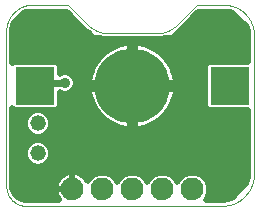
<source format=gtl>
G75*
%MOIN*%
%OFA0B0*%
%FSLAX25Y25*%
%IPPOS*%
%LPD*%
%AMOC8*
5,1,8,0,0,1.08239X$1,22.5*
%
%ADD10C,0.00000*%
%ADD11C,0.07600*%
%ADD12C,0.25000*%
%ADD13R,0.12598X0.12598*%
%ADD14C,0.05200*%
%ADD15C,0.02400*%
%ADD16C,0.01969*%
%ADD17C,0.03569*%
D10*
X0007500Y0001026D02*
X0072500Y0001026D01*
X0084000Y0011026D02*
X0084000Y0058026D01*
X0083997Y0058268D01*
X0083988Y0058509D01*
X0083974Y0058750D01*
X0083953Y0058991D01*
X0083927Y0059231D01*
X0083895Y0059471D01*
X0083857Y0059710D01*
X0083814Y0059947D01*
X0083764Y0060184D01*
X0083709Y0060419D01*
X0083649Y0060653D01*
X0083582Y0060885D01*
X0083511Y0061116D01*
X0083433Y0061345D01*
X0083350Y0061572D01*
X0083262Y0061797D01*
X0083168Y0062020D01*
X0083069Y0062240D01*
X0082964Y0062458D01*
X0082855Y0062673D01*
X0082740Y0062886D01*
X0082620Y0063096D01*
X0082495Y0063302D01*
X0082365Y0063506D01*
X0082230Y0063707D01*
X0082090Y0063904D01*
X0081946Y0064098D01*
X0081797Y0064288D01*
X0081643Y0064474D01*
X0081485Y0064657D01*
X0081323Y0064836D01*
X0081156Y0065011D01*
X0080985Y0065182D01*
X0080810Y0065349D01*
X0080631Y0065511D01*
X0080448Y0065669D01*
X0080262Y0065823D01*
X0080072Y0065972D01*
X0079878Y0066116D01*
X0079681Y0066256D01*
X0079480Y0066391D01*
X0079276Y0066521D01*
X0079070Y0066646D01*
X0078860Y0066766D01*
X0078647Y0066881D01*
X0078432Y0066990D01*
X0078214Y0067095D01*
X0077994Y0067194D01*
X0077771Y0067288D01*
X0077546Y0067376D01*
X0077319Y0067459D01*
X0077090Y0067537D01*
X0076859Y0067608D01*
X0076627Y0067675D01*
X0076393Y0067735D01*
X0076158Y0067790D01*
X0075921Y0067840D01*
X0075684Y0067883D01*
X0075445Y0067921D01*
X0075205Y0067953D01*
X0074965Y0067979D01*
X0074724Y0068000D01*
X0074483Y0068014D01*
X0074242Y0068023D01*
X0074000Y0068026D01*
X0065000Y0068026D01*
X0058429Y0061455D01*
X0051358Y0058526D02*
X0035642Y0058526D01*
X0028571Y0061455D02*
X0022000Y0068026D01*
X0009000Y0068026D01*
X0008786Y0067993D01*
X0008572Y0067954D01*
X0008360Y0067910D01*
X0008148Y0067862D01*
X0007938Y0067807D01*
X0007730Y0067748D01*
X0007522Y0067684D01*
X0007317Y0067614D01*
X0007113Y0067540D01*
X0006911Y0067460D01*
X0006711Y0067376D01*
X0006514Y0067287D01*
X0006318Y0067192D01*
X0006125Y0067094D01*
X0005935Y0066990D01*
X0005747Y0066882D01*
X0005561Y0066769D01*
X0005379Y0066652D01*
X0005199Y0066530D01*
X0005023Y0066404D01*
X0004849Y0066273D01*
X0004679Y0066139D01*
X0004513Y0066000D01*
X0004349Y0065857D01*
X0004190Y0065710D01*
X0004034Y0065560D01*
X0003881Y0065405D01*
X0003733Y0065247D01*
X0003588Y0065085D01*
X0003448Y0064920D01*
X0003311Y0064751D01*
X0003179Y0064579D01*
X0003051Y0064404D01*
X0002927Y0064226D01*
X0002808Y0064045D01*
X0002693Y0063861D01*
X0002583Y0063674D01*
X0002477Y0063484D01*
X0002376Y0063292D01*
X0002280Y0063098D01*
X0002189Y0062901D01*
X0002102Y0062702D01*
X0002020Y0062501D01*
X0001944Y0062298D01*
X0001872Y0062094D01*
X0001805Y0061887D01*
X0001744Y0061679D01*
X0001688Y0061470D01*
X0001636Y0061259D01*
X0001590Y0061047D01*
X0001549Y0060834D01*
X0001514Y0060620D01*
X0001483Y0060405D01*
X0001458Y0060190D01*
X0001439Y0059974D01*
X0001424Y0059757D01*
X0001415Y0059540D01*
X0001411Y0059323D01*
X0001413Y0059106D01*
X0001419Y0058890D01*
X0001432Y0058673D01*
X0001449Y0058457D01*
X0001472Y0058241D01*
X0001500Y0058026D01*
X0001500Y0008026D01*
X0001490Y0007866D01*
X0001483Y0007706D01*
X0001481Y0007546D01*
X0001482Y0007386D01*
X0001488Y0007227D01*
X0001497Y0007067D01*
X0001510Y0006907D01*
X0001528Y0006748D01*
X0001549Y0006590D01*
X0001574Y0006432D01*
X0001602Y0006274D01*
X0001635Y0006118D01*
X0001671Y0005962D01*
X0001712Y0005807D01*
X0001756Y0005653D01*
X0001804Y0005501D01*
X0001855Y0005349D01*
X0001910Y0005199D01*
X0001969Y0005050D01*
X0002032Y0004903D01*
X0002098Y0004757D01*
X0002168Y0004613D01*
X0002241Y0004471D01*
X0002318Y0004331D01*
X0002398Y0004192D01*
X0002481Y0004056D01*
X0002568Y0003921D01*
X0002658Y0003789D01*
X0002752Y0003659D01*
X0002848Y0003531D01*
X0002948Y0003406D01*
X0003050Y0003283D01*
X0003156Y0003163D01*
X0003265Y0003046D01*
X0003376Y0002931D01*
X0003490Y0002819D01*
X0003607Y0002710D01*
X0003726Y0002603D01*
X0003849Y0002500D01*
X0003973Y0002399D01*
X0004100Y0002302D01*
X0004230Y0002208D01*
X0004361Y0002117D01*
X0004495Y0002029D01*
X0004631Y0001945D01*
X0004769Y0001864D01*
X0004909Y0001786D01*
X0005051Y0001712D01*
X0005194Y0001642D01*
X0005340Y0001575D01*
X0005486Y0001511D01*
X0005635Y0001451D01*
X0005785Y0001395D01*
X0005936Y0001342D01*
X0006088Y0001294D01*
X0006242Y0001249D01*
X0006396Y0001207D01*
X0006552Y0001170D01*
X0006708Y0001136D01*
X0006865Y0001107D01*
X0007023Y0001081D01*
X0007182Y0001059D01*
X0007341Y0001040D01*
X0007500Y0001026D01*
X0072500Y0001026D02*
X0072760Y0001011D01*
X0073020Y0001002D01*
X0073281Y0001000D01*
X0073541Y0001004D01*
X0073801Y0001014D01*
X0074061Y0001031D01*
X0074321Y0001053D01*
X0074579Y0001082D01*
X0074837Y0001118D01*
X0075094Y0001159D01*
X0075350Y0001207D01*
X0075605Y0001261D01*
X0075859Y0001321D01*
X0076110Y0001387D01*
X0076361Y0001459D01*
X0076609Y0001537D01*
X0076856Y0001621D01*
X0077100Y0001711D01*
X0077342Y0001807D01*
X0077582Y0001909D01*
X0077819Y0002016D01*
X0078053Y0002130D01*
X0078285Y0002249D01*
X0078514Y0002373D01*
X0078739Y0002503D01*
X0078962Y0002638D01*
X0079181Y0002779D01*
X0079397Y0002925D01*
X0079609Y0003076D01*
X0079817Y0003232D01*
X0080022Y0003393D01*
X0080222Y0003560D01*
X0080419Y0003730D01*
X0080611Y0003906D01*
X0080799Y0004086D01*
X0080983Y0004271D01*
X0081162Y0004460D01*
X0081336Y0004653D01*
X0081506Y0004851D01*
X0081671Y0005052D01*
X0081831Y0005258D01*
X0081986Y0005467D01*
X0082136Y0005680D01*
X0082281Y0005896D01*
X0082420Y0006116D01*
X0082554Y0006339D01*
X0082683Y0006566D01*
X0082806Y0006795D01*
X0082923Y0007028D01*
X0083035Y0007263D01*
X0083142Y0007501D01*
X0083242Y0007741D01*
X0083337Y0007983D01*
X0083425Y0008228D01*
X0083508Y0008475D01*
X0083585Y0008724D01*
X0083656Y0008975D01*
X0083720Y0009227D01*
X0083779Y0009481D01*
X0083831Y0009736D01*
X0083877Y0009992D01*
X0083917Y0010249D01*
X0083951Y0010508D01*
X0083979Y0010766D01*
X0084000Y0011026D01*
X0058429Y0061455D02*
X0058259Y0061289D01*
X0058085Y0061126D01*
X0057907Y0060969D01*
X0057725Y0060815D01*
X0057540Y0060665D01*
X0057351Y0060521D01*
X0057159Y0060380D01*
X0056963Y0060245D01*
X0056764Y0060113D01*
X0056563Y0059987D01*
X0056358Y0059866D01*
X0056150Y0059749D01*
X0055940Y0059638D01*
X0055727Y0059531D01*
X0055512Y0059430D01*
X0055295Y0059333D01*
X0055075Y0059242D01*
X0054853Y0059157D01*
X0054629Y0059076D01*
X0054403Y0059001D01*
X0054175Y0058931D01*
X0053946Y0058867D01*
X0053716Y0058808D01*
X0053484Y0058755D01*
X0053251Y0058707D01*
X0053016Y0058664D01*
X0052781Y0058628D01*
X0052545Y0058597D01*
X0052309Y0058571D01*
X0052071Y0058551D01*
X0051834Y0058537D01*
X0051596Y0058529D01*
X0051358Y0058526D01*
X0035642Y0058526D02*
X0035404Y0058529D01*
X0035166Y0058537D01*
X0034929Y0058551D01*
X0034691Y0058571D01*
X0034455Y0058597D01*
X0034219Y0058628D01*
X0033984Y0058664D01*
X0033749Y0058707D01*
X0033516Y0058755D01*
X0033284Y0058808D01*
X0033054Y0058867D01*
X0032825Y0058931D01*
X0032597Y0059001D01*
X0032371Y0059076D01*
X0032147Y0059157D01*
X0031925Y0059242D01*
X0031705Y0059333D01*
X0031488Y0059430D01*
X0031273Y0059531D01*
X0031060Y0059638D01*
X0030850Y0059749D01*
X0030642Y0059866D01*
X0030437Y0059987D01*
X0030236Y0060113D01*
X0030037Y0060245D01*
X0029841Y0060380D01*
X0029649Y0060521D01*
X0029460Y0060665D01*
X0029275Y0060815D01*
X0029093Y0060969D01*
X0028915Y0061126D01*
X0028741Y0061289D01*
X0028571Y0061455D01*
D11*
X0033500Y0006526D03*
X0023500Y0006526D03*
X0043500Y0006526D03*
X0053500Y0006526D03*
X0063500Y0006526D03*
D12*
X0043500Y0041026D03*
D13*
X0075883Y0041026D03*
X0011117Y0041026D03*
D14*
X0012000Y0028526D03*
X0012000Y0018526D03*
D15*
X0043500Y0039526D02*
X0043500Y0041026D01*
X0021000Y0042026D02*
X0012117Y0042026D01*
X0011117Y0041026D01*
D16*
X0004596Y0004663D02*
X0005638Y0003737D01*
X0006777Y0003159D01*
X0007619Y0003010D01*
X0018905Y0003010D01*
X0018553Y0003495D01*
X0018140Y0004306D01*
X0017858Y0005172D01*
X0017716Y0006071D01*
X0017716Y0006526D01*
X0023500Y0006526D01*
X0023500Y0006526D01*
X0017716Y0006526D01*
X0017716Y0006981D01*
X0017858Y0007881D01*
X0018140Y0008747D01*
X0018553Y0009558D01*
X0019088Y0010294D01*
X0019732Y0010938D01*
X0020468Y0011473D01*
X0021280Y0011887D01*
X0022146Y0012168D01*
X0023045Y0012310D01*
X0023500Y0012310D01*
X0023500Y0006526D01*
X0023500Y0006526D01*
X0023500Y0012310D01*
X0023955Y0012310D01*
X0024854Y0012168D01*
X0025720Y0011887D01*
X0026532Y0011473D01*
X0027268Y0010938D01*
X0027912Y0010294D01*
X0028447Y0009558D01*
X0028593Y0009272D01*
X0028766Y0009689D01*
X0030337Y0011260D01*
X0032389Y0012110D01*
X0034611Y0012110D01*
X0036663Y0011260D01*
X0038234Y0009689D01*
X0038500Y0009047D01*
X0038766Y0009689D01*
X0040337Y0011260D01*
X0042389Y0012110D01*
X0044611Y0012110D01*
X0046663Y0011260D01*
X0048234Y0009689D01*
X0048500Y0009047D01*
X0048766Y0009689D01*
X0050337Y0011260D01*
X0052389Y0012110D01*
X0054611Y0012110D01*
X0056663Y0011260D01*
X0058234Y0009689D01*
X0058500Y0009047D01*
X0058766Y0009689D01*
X0060337Y0011260D01*
X0062389Y0012110D01*
X0064611Y0012110D01*
X0066663Y0011260D01*
X0068234Y0009689D01*
X0069084Y0007637D01*
X0069084Y0005415D01*
X0068234Y0003363D01*
X0067882Y0003010D01*
X0071758Y0003010D01*
X0071818Y0003063D01*
X0072569Y0003010D01*
X0073180Y0003010D01*
X0074018Y0003018D01*
X0076648Y0003674D01*
X0081169Y0008195D01*
X0081817Y0009800D01*
X0082000Y0011026D01*
X0082000Y0032943D01*
X0068845Y0032943D01*
X0067800Y0033988D01*
X0067800Y0048064D01*
X0068845Y0049110D01*
X0082000Y0049110D01*
X0082000Y0058226D01*
X0081917Y0059280D01*
X0081518Y0060508D01*
X0076500Y0065526D01*
X0065500Y0065526D01*
X0057000Y0057026D01*
X0054743Y0057026D01*
X0052936Y0056542D01*
X0034064Y0056542D01*
X0032257Y0057026D01*
X0030500Y0057026D01*
X0029008Y0058518D01*
X0028284Y0058936D01*
X0028284Y0058936D01*
X0027749Y0059471D01*
X0027749Y0059471D01*
X0021694Y0065526D01*
X0007618Y0065526D01*
X0007386Y0065412D01*
X0004097Y0062123D01*
X0003764Y0061493D01*
X0003396Y0059380D01*
X0003426Y0058906D01*
X0003484Y0058848D01*
X0003484Y0058167D01*
X0003581Y0057493D01*
X0003484Y0057365D01*
X0003484Y0048516D01*
X0004078Y0049110D01*
X0018155Y0049110D01*
X0019200Y0048064D01*
X0019200Y0045143D01*
X0020290Y0045595D01*
X0021710Y0045595D01*
X0023021Y0045051D01*
X0024025Y0044048D01*
X0024568Y0042736D01*
X0024568Y0041316D01*
X0024025Y0040005D01*
X0023021Y0039001D01*
X0021710Y0038458D01*
X0020290Y0038458D01*
X0019200Y0038909D01*
X0019200Y0033988D01*
X0018155Y0032943D01*
X0004078Y0032943D01*
X0003484Y0033537D01*
X0003484Y0008760D01*
X0003541Y0008693D01*
X0003484Y0007950D01*
X0003484Y0007601D01*
X0003497Y0006985D01*
X0004047Y0005303D01*
X0004596Y0004663D01*
X0004898Y0004394D02*
X0018111Y0004394D01*
X0017716Y0006361D02*
X0003701Y0006361D01*
X0003513Y0008328D02*
X0018004Y0008328D01*
X0019089Y0010295D02*
X0003484Y0010295D01*
X0003484Y0012262D02*
X0022741Y0012262D01*
X0023500Y0012262D02*
X0023500Y0012262D01*
X0024259Y0012262D02*
X0082000Y0012262D01*
X0082000Y0014229D02*
X0013083Y0014229D01*
X0012872Y0014142D02*
X0014483Y0014809D01*
X0015717Y0016043D01*
X0016384Y0017654D01*
X0016384Y0019398D01*
X0015717Y0021010D01*
X0014483Y0022243D01*
X0012872Y0022910D01*
X0011128Y0022910D01*
X0009517Y0022243D01*
X0008283Y0021010D01*
X0007616Y0019398D01*
X0007616Y0017654D01*
X0008283Y0016043D01*
X0009517Y0014809D01*
X0011128Y0014142D01*
X0012872Y0014142D01*
X0010917Y0014229D02*
X0003484Y0014229D01*
X0003484Y0016196D02*
X0008220Y0016196D01*
X0007616Y0018163D02*
X0003484Y0018163D01*
X0003484Y0020130D02*
X0007919Y0020130D01*
X0009371Y0022097D02*
X0003484Y0022097D01*
X0003484Y0024064D02*
X0082000Y0024064D01*
X0082000Y0022097D02*
X0014629Y0022097D01*
X0012872Y0024142D02*
X0014483Y0024809D01*
X0015717Y0026043D01*
X0016384Y0027654D01*
X0016384Y0029398D01*
X0015717Y0031010D01*
X0014483Y0032243D01*
X0012872Y0032910D01*
X0011128Y0032910D01*
X0009517Y0032243D01*
X0008283Y0031010D01*
X0007616Y0029398D01*
X0007616Y0027654D01*
X0008283Y0026043D01*
X0009517Y0024809D01*
X0011128Y0024142D01*
X0012872Y0024142D01*
X0015705Y0026031D02*
X0082000Y0026031D01*
X0082000Y0027998D02*
X0049853Y0027998D01*
X0049700Y0027917D02*
X0050955Y0028588D01*
X0052139Y0029378D01*
X0053239Y0030281D01*
X0054245Y0031287D01*
X0055148Y0032387D01*
X0055939Y0033571D01*
X0056609Y0034826D01*
X0057154Y0036141D01*
X0057567Y0037502D01*
X0057845Y0038898D01*
X0057957Y0040042D01*
X0044484Y0040042D01*
X0044484Y0026569D01*
X0045628Y0026681D01*
X0047024Y0026959D01*
X0048385Y0027372D01*
X0049700Y0027917D01*
X0052854Y0029965D02*
X0082000Y0029965D01*
X0082000Y0031932D02*
X0054774Y0031932D01*
X0056114Y0033899D02*
X0067888Y0033899D01*
X0067800Y0035866D02*
X0057040Y0035866D01*
X0057633Y0037833D02*
X0067800Y0037833D01*
X0067800Y0039800D02*
X0057934Y0039800D01*
X0057957Y0042010D02*
X0057845Y0043154D01*
X0057567Y0044550D01*
X0057154Y0045912D01*
X0056609Y0047226D01*
X0055939Y0048481D01*
X0055148Y0049665D01*
X0054245Y0050765D01*
X0053239Y0051771D01*
X0052139Y0052674D01*
X0050955Y0053465D01*
X0049700Y0054136D01*
X0048385Y0054680D01*
X0047024Y0055093D01*
X0045628Y0055371D01*
X0044484Y0055484D01*
X0044484Y0042010D01*
X0057957Y0042010D01*
X0057729Y0043734D02*
X0067800Y0043734D01*
X0067800Y0041767D02*
X0044484Y0041767D01*
X0044484Y0042010D02*
X0044484Y0040042D01*
X0042516Y0040042D01*
X0042516Y0026569D01*
X0041372Y0026681D01*
X0039976Y0026959D01*
X0038615Y0027372D01*
X0037300Y0027917D01*
X0036045Y0028588D01*
X0034861Y0029378D01*
X0033761Y0030281D01*
X0032755Y0031287D01*
X0031852Y0032387D01*
X0031061Y0033571D01*
X0030391Y0034826D01*
X0029846Y0036141D01*
X0029433Y0037502D01*
X0029155Y0038898D01*
X0029043Y0040042D01*
X0042516Y0040042D01*
X0042516Y0042010D01*
X0029043Y0042010D01*
X0029155Y0043154D01*
X0029433Y0044550D01*
X0029846Y0045912D01*
X0030391Y0047226D01*
X0031061Y0048481D01*
X0031852Y0049665D01*
X0032755Y0050765D01*
X0033761Y0051771D01*
X0034861Y0052674D01*
X0036045Y0053465D01*
X0037300Y0054136D01*
X0038615Y0054680D01*
X0039976Y0055093D01*
X0041372Y0055371D01*
X0042516Y0055484D01*
X0042516Y0042010D01*
X0044484Y0042010D01*
X0042516Y0041767D02*
X0024568Y0041767D01*
X0024155Y0043734D02*
X0029271Y0043734D01*
X0029782Y0045702D02*
X0019200Y0045702D01*
X0019200Y0047669D02*
X0030627Y0047669D01*
X0031833Y0049636D02*
X0003484Y0049636D01*
X0003484Y0051603D02*
X0033593Y0051603D01*
X0036241Y0053570D02*
X0003484Y0053570D01*
X0003484Y0055537D02*
X0082000Y0055537D01*
X0082000Y0057504D02*
X0057477Y0057504D01*
X0059444Y0059471D02*
X0081855Y0059471D01*
X0080588Y0061438D02*
X0061412Y0061438D01*
X0063379Y0063405D02*
X0078621Y0063405D01*
X0076654Y0065372D02*
X0065346Y0065372D01*
X0050759Y0053570D02*
X0082000Y0053570D01*
X0082000Y0051603D02*
X0053407Y0051603D01*
X0055167Y0049636D02*
X0082000Y0049636D01*
X0067800Y0047669D02*
X0056373Y0047669D01*
X0057218Y0045702D02*
X0067800Y0045702D01*
X0044484Y0045702D02*
X0042516Y0045702D01*
X0042516Y0047669D02*
X0044484Y0047669D01*
X0044484Y0049636D02*
X0042516Y0049636D01*
X0042516Y0051603D02*
X0044484Y0051603D01*
X0044484Y0053570D02*
X0042516Y0053570D01*
X0030023Y0057504D02*
X0003579Y0057504D01*
X0003412Y0059471D02*
X0027749Y0059471D01*
X0025782Y0061438D02*
X0003754Y0061438D01*
X0005379Y0063405D02*
X0023815Y0063405D01*
X0021848Y0065372D02*
X0007346Y0065372D01*
X0042516Y0043734D02*
X0044484Y0043734D01*
X0044484Y0039800D02*
X0042516Y0039800D01*
X0042516Y0037833D02*
X0044484Y0037833D01*
X0044484Y0035866D02*
X0042516Y0035866D01*
X0042516Y0033899D02*
X0044484Y0033899D01*
X0044484Y0031932D02*
X0042516Y0031932D01*
X0042516Y0029965D02*
X0044484Y0029965D01*
X0044484Y0027998D02*
X0042516Y0027998D01*
X0037147Y0027998D02*
X0016384Y0027998D01*
X0016149Y0029965D02*
X0034146Y0029965D01*
X0032226Y0031932D02*
X0014794Y0031932D01*
X0019112Y0033899D02*
X0030886Y0033899D01*
X0029960Y0035866D02*
X0019200Y0035866D01*
X0019200Y0037833D02*
X0029367Y0037833D01*
X0029066Y0039800D02*
X0023821Y0039800D01*
X0009206Y0031932D02*
X0003484Y0031932D01*
X0003484Y0029965D02*
X0007851Y0029965D01*
X0007616Y0027998D02*
X0003484Y0027998D01*
X0003484Y0026031D02*
X0008294Y0026031D01*
X0016081Y0020130D02*
X0082000Y0020130D01*
X0082000Y0018163D02*
X0016384Y0018163D01*
X0015780Y0016196D02*
X0082000Y0016196D01*
X0081891Y0010295D02*
X0067628Y0010295D01*
X0068798Y0008328D02*
X0081223Y0008328D01*
X0079335Y0006361D02*
X0069084Y0006361D01*
X0068661Y0004394D02*
X0077368Y0004394D01*
X0059372Y0010295D02*
X0057628Y0010295D01*
X0049372Y0010295D02*
X0047628Y0010295D01*
X0039372Y0010295D02*
X0037628Y0010295D01*
X0029372Y0010295D02*
X0027911Y0010295D01*
X0023500Y0010295D02*
X0023500Y0010295D01*
X0023500Y0008328D02*
X0023500Y0008328D01*
D17*
X0021000Y0042026D03*
M02*

</source>
